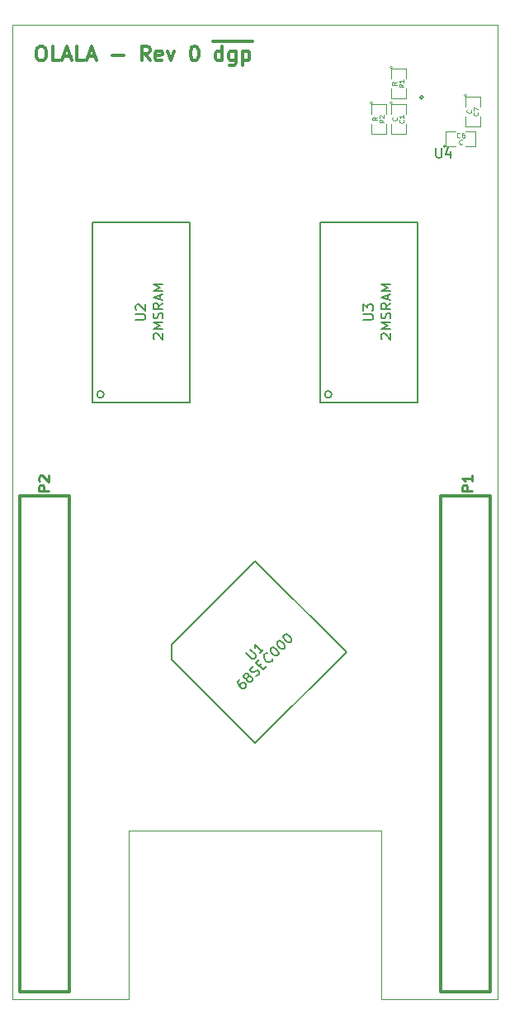
<source format=gto>
G04 (created by PCBNEW (25-Oct-2014 BZR 4029)-stable) date Sat 16 May 2015 01:40:02 JST*
%MOIN*%
G04 Gerber Fmt 3.4, Leading zero omitted, Abs format*
%FSLAX34Y34*%
G01*
G70*
G90*
G04 APERTURE LIST*
%ADD10C,0.00590551*%
%ADD11C,0.011811*%
%ADD12C,0.00393701*%
%ADD13C,0.012*%
%ADD14C,0.0039*%
%ADD15C,0.01*%
%ADD16C,0.0108*%
%ADD17C,0.0043*%
G04 APERTURE END LIST*
G54D10*
G54D11*
X31704Y-12561D02*
X31816Y-12561D01*
X31872Y-12589D01*
X31929Y-12646D01*
X31957Y-12758D01*
X31957Y-12955D01*
X31929Y-13068D01*
X31872Y-13124D01*
X31816Y-13152D01*
X31704Y-13152D01*
X31647Y-13124D01*
X31591Y-13068D01*
X31563Y-12955D01*
X31563Y-12758D01*
X31591Y-12646D01*
X31647Y-12589D01*
X31704Y-12561D01*
X32491Y-13152D02*
X32210Y-13152D01*
X32210Y-12561D01*
X32660Y-12983D02*
X32941Y-12983D01*
X32604Y-13152D02*
X32800Y-12561D01*
X32997Y-13152D01*
X33475Y-13152D02*
X33194Y-13152D01*
X33194Y-12561D01*
X33644Y-12983D02*
X33925Y-12983D01*
X33588Y-13152D02*
X33785Y-12561D01*
X33982Y-13152D01*
X34628Y-12927D02*
X35078Y-12927D01*
X36147Y-13152D02*
X35950Y-12871D01*
X35809Y-13152D02*
X35809Y-12561D01*
X36034Y-12561D01*
X36091Y-12589D01*
X36119Y-12618D01*
X36147Y-12674D01*
X36147Y-12758D01*
X36119Y-12814D01*
X36091Y-12843D01*
X36034Y-12871D01*
X35809Y-12871D01*
X36625Y-13124D02*
X36569Y-13152D01*
X36456Y-13152D01*
X36400Y-13124D01*
X36372Y-13068D01*
X36372Y-12843D01*
X36400Y-12786D01*
X36456Y-12758D01*
X36569Y-12758D01*
X36625Y-12786D01*
X36653Y-12843D01*
X36653Y-12899D01*
X36372Y-12955D01*
X36850Y-12758D02*
X36991Y-13152D01*
X37131Y-12758D01*
X37919Y-12561D02*
X37975Y-12561D01*
X38031Y-12589D01*
X38059Y-12618D01*
X38087Y-12674D01*
X38115Y-12786D01*
X38115Y-12927D01*
X38087Y-13039D01*
X38059Y-13096D01*
X38031Y-13124D01*
X37975Y-13152D01*
X37919Y-13152D01*
X37862Y-13124D01*
X37834Y-13096D01*
X37806Y-13039D01*
X37778Y-12927D01*
X37778Y-12786D01*
X37806Y-12674D01*
X37834Y-12618D01*
X37862Y-12589D01*
X37919Y-12561D01*
X39071Y-13152D02*
X39071Y-12561D01*
X39071Y-13124D02*
X39015Y-13152D01*
X38903Y-13152D01*
X38847Y-13124D01*
X38818Y-13096D01*
X38790Y-13039D01*
X38790Y-12871D01*
X38818Y-12814D01*
X38847Y-12786D01*
X38903Y-12758D01*
X39015Y-12758D01*
X39071Y-12786D01*
X39606Y-12758D02*
X39606Y-13236D01*
X39578Y-13293D01*
X39550Y-13321D01*
X39493Y-13349D01*
X39409Y-13349D01*
X39353Y-13321D01*
X39606Y-13124D02*
X39550Y-13152D01*
X39437Y-13152D01*
X39381Y-13124D01*
X39353Y-13096D01*
X39325Y-13039D01*
X39325Y-12871D01*
X39353Y-12814D01*
X39381Y-12786D01*
X39437Y-12758D01*
X39550Y-12758D01*
X39606Y-12786D01*
X39887Y-12758D02*
X39887Y-13349D01*
X39887Y-12786D02*
X39943Y-12758D01*
X40056Y-12758D01*
X40112Y-12786D01*
X40140Y-12814D01*
X40168Y-12871D01*
X40168Y-13039D01*
X40140Y-13096D01*
X40112Y-13124D01*
X40056Y-13152D01*
X39943Y-13152D01*
X39887Y-13124D01*
X38678Y-12381D02*
X40281Y-12381D01*
G54D12*
X30600Y-11700D02*
X50200Y-11700D01*
X30600Y-51000D02*
X35300Y-51000D01*
X45500Y-51000D02*
X50200Y-51000D01*
X35300Y-44200D02*
X45500Y-44200D01*
X35300Y-44200D02*
X35300Y-51000D01*
X45500Y-44200D02*
X45500Y-51000D01*
X30600Y-51000D02*
X30600Y-11700D01*
X50200Y-51000D02*
X50200Y-11700D01*
G54D13*
X47900Y-50700D02*
X47900Y-30700D01*
X49900Y-50700D02*
X49900Y-30700D01*
X49900Y-50700D02*
X47900Y-50700D01*
X49900Y-30700D02*
X47900Y-30700D01*
X32900Y-30700D02*
X32900Y-50700D01*
X30900Y-30700D02*
X30900Y-50700D01*
X30900Y-30700D02*
X32900Y-30700D01*
X30900Y-50700D02*
X32900Y-50700D01*
G54D10*
X37031Y-36693D02*
X37031Y-37306D01*
X37031Y-36693D02*
X40400Y-33325D01*
X40400Y-33325D02*
X44074Y-37000D01*
X44074Y-37000D02*
X40400Y-40674D01*
X40400Y-40674D02*
X37031Y-37306D01*
G54D14*
X45950Y-13424D02*
G75*
G03X45950Y-13424I-50J0D01*
G74*
G01*
X45900Y-13874D02*
X45900Y-13474D01*
X45900Y-13474D02*
X46500Y-13474D01*
X46500Y-13474D02*
X46500Y-13874D01*
X46500Y-14274D02*
X46500Y-14674D01*
X46500Y-14674D02*
X45900Y-14674D01*
X45900Y-14674D02*
X45900Y-14274D01*
X45150Y-14850D02*
G75*
G03X45150Y-14850I-50J0D01*
G74*
G01*
X45100Y-15300D02*
X45100Y-14900D01*
X45100Y-14900D02*
X45700Y-14900D01*
X45700Y-14900D02*
X45700Y-15300D01*
X45700Y-15700D02*
X45700Y-16100D01*
X45700Y-16100D02*
X45100Y-16100D01*
X45100Y-16100D02*
X45100Y-15700D01*
X45950Y-14850D02*
G75*
G03X45950Y-14850I-50J0D01*
G74*
G01*
X45900Y-15300D02*
X45900Y-14900D01*
X45900Y-14900D02*
X46500Y-14900D01*
X46500Y-14900D02*
X46500Y-15300D01*
X46500Y-15700D02*
X46500Y-16100D01*
X46500Y-16100D02*
X45900Y-16100D01*
X45900Y-16100D02*
X45900Y-15700D01*
X48100Y-16600D02*
G75*
G03X48100Y-16600I-50J0D01*
G74*
G01*
X48500Y-16600D02*
X48100Y-16600D01*
X48100Y-16600D02*
X48100Y-16000D01*
X48100Y-16000D02*
X48500Y-16000D01*
X48900Y-16000D02*
X49300Y-16000D01*
X49300Y-16000D02*
X49300Y-16600D01*
X49300Y-16600D02*
X48900Y-16600D01*
G54D10*
X34288Y-26607D02*
G75*
G03X34288Y-26607I-141J0D01*
G74*
G01*
X37768Y-26922D02*
X33831Y-26922D01*
X33831Y-26922D02*
X33831Y-19677D01*
X33831Y-19677D02*
X37768Y-19677D01*
X37768Y-19677D02*
X37768Y-26922D01*
X43488Y-26607D02*
G75*
G03X43488Y-26607I-141J0D01*
G74*
G01*
X46968Y-26922D02*
X43031Y-26922D01*
X43031Y-26922D02*
X43031Y-19677D01*
X43031Y-19677D02*
X46968Y-19677D01*
X46968Y-19677D02*
X46968Y-26922D01*
X47183Y-14630D02*
G75*
G03X47183Y-14630I-70J0D01*
G74*
G01*
G54D14*
X48950Y-14550D02*
G75*
G03X48950Y-14550I-50J0D01*
G74*
G01*
X48900Y-15000D02*
X48900Y-14600D01*
X48900Y-14600D02*
X49500Y-14600D01*
X49500Y-14600D02*
X49500Y-15000D01*
X49500Y-15400D02*
X49500Y-15800D01*
X49500Y-15800D02*
X48900Y-15800D01*
X48900Y-15800D02*
X48900Y-15400D01*
G54D15*
X49161Y-30495D02*
X48761Y-30495D01*
X48761Y-30342D01*
X48780Y-30304D01*
X48800Y-30285D01*
X48838Y-30266D01*
X48895Y-30266D01*
X48933Y-30285D01*
X48952Y-30304D01*
X48971Y-30342D01*
X48971Y-30495D01*
X49161Y-29885D02*
X49161Y-30114D01*
X49161Y-29999D02*
X48761Y-29999D01*
X48819Y-30038D01*
X48857Y-30076D01*
X48876Y-30114D01*
G54D16*
G54D15*
X32061Y-30495D02*
X31661Y-30495D01*
X31661Y-30342D01*
X31680Y-30304D01*
X31700Y-30285D01*
X31738Y-30266D01*
X31795Y-30266D01*
X31833Y-30285D01*
X31852Y-30304D01*
X31871Y-30342D01*
X31871Y-30495D01*
X31700Y-30114D02*
X31680Y-30095D01*
X31661Y-30057D01*
X31661Y-29961D01*
X31680Y-29923D01*
X31700Y-29904D01*
X31738Y-29885D01*
X31776Y-29885D01*
X31833Y-29904D01*
X32061Y-30133D01*
X32061Y-29885D01*
G54D16*
G54D10*
X40022Y-37046D02*
X40247Y-37271D01*
X40287Y-37285D01*
X40313Y-37285D01*
X40353Y-37271D01*
X40406Y-37218D01*
X40419Y-37178D01*
X40419Y-37152D01*
X40406Y-37112D01*
X40181Y-36887D01*
X40738Y-36887D02*
X40578Y-37046D01*
X40658Y-36966D02*
X40380Y-36688D01*
X40393Y-36754D01*
X40393Y-36807D01*
X40380Y-36847D01*
X39763Y-38112D02*
X39709Y-38165D01*
X39696Y-38205D01*
X39696Y-38232D01*
X39709Y-38298D01*
X39749Y-38364D01*
X39855Y-38470D01*
X39895Y-38484D01*
X39922Y-38484D01*
X39961Y-38470D01*
X40014Y-38417D01*
X40028Y-38378D01*
X40028Y-38351D01*
X40014Y-38311D01*
X39948Y-38245D01*
X39908Y-38232D01*
X39882Y-38232D01*
X39842Y-38245D01*
X39789Y-38298D01*
X39776Y-38338D01*
X39776Y-38364D01*
X39789Y-38404D01*
X40067Y-38046D02*
X40028Y-38059D01*
X40001Y-38059D01*
X39961Y-38046D01*
X39948Y-38033D01*
X39935Y-37993D01*
X39935Y-37967D01*
X39948Y-37927D01*
X40001Y-37874D01*
X40041Y-37861D01*
X40067Y-37861D01*
X40107Y-37874D01*
X40120Y-37887D01*
X40134Y-37927D01*
X40134Y-37953D01*
X40120Y-37993D01*
X40067Y-38046D01*
X40054Y-38086D01*
X40054Y-38112D01*
X40067Y-38152D01*
X40120Y-38205D01*
X40160Y-38218D01*
X40187Y-38218D01*
X40227Y-38205D01*
X40280Y-38152D01*
X40293Y-38112D01*
X40293Y-38086D01*
X40280Y-38046D01*
X40227Y-37993D01*
X40187Y-37980D01*
X40160Y-37980D01*
X40120Y-37993D01*
X40425Y-37980D02*
X40478Y-37953D01*
X40545Y-37887D01*
X40558Y-37847D01*
X40558Y-37821D01*
X40545Y-37781D01*
X40518Y-37754D01*
X40478Y-37741D01*
X40452Y-37741D01*
X40412Y-37754D01*
X40346Y-37794D01*
X40306Y-37807D01*
X40280Y-37807D01*
X40240Y-37794D01*
X40213Y-37768D01*
X40200Y-37728D01*
X40200Y-37701D01*
X40213Y-37662D01*
X40280Y-37595D01*
X40333Y-37569D01*
X40571Y-37569D02*
X40664Y-37476D01*
X40850Y-37582D02*
X40717Y-37715D01*
X40439Y-37436D01*
X40571Y-37304D01*
X41101Y-37277D02*
X41101Y-37304D01*
X41075Y-37357D01*
X41048Y-37383D01*
X40995Y-37410D01*
X40942Y-37410D01*
X40903Y-37397D01*
X40836Y-37357D01*
X40797Y-37317D01*
X40757Y-37251D01*
X40744Y-37211D01*
X40744Y-37158D01*
X40770Y-37105D01*
X40797Y-37078D01*
X40850Y-37052D01*
X40876Y-37052D01*
X41022Y-36853D02*
X41048Y-36827D01*
X41088Y-36813D01*
X41115Y-36813D01*
X41154Y-36827D01*
X41221Y-36866D01*
X41287Y-36933D01*
X41327Y-36999D01*
X41340Y-37039D01*
X41340Y-37065D01*
X41327Y-37105D01*
X41300Y-37131D01*
X41261Y-37145D01*
X41234Y-37145D01*
X41194Y-37131D01*
X41128Y-37092D01*
X41062Y-37025D01*
X41022Y-36959D01*
X41009Y-36919D01*
X41009Y-36893D01*
X41022Y-36853D01*
X41287Y-36588D02*
X41314Y-36561D01*
X41353Y-36548D01*
X41380Y-36548D01*
X41420Y-36561D01*
X41486Y-36601D01*
X41552Y-36667D01*
X41592Y-36734D01*
X41605Y-36773D01*
X41605Y-36800D01*
X41592Y-36840D01*
X41565Y-36866D01*
X41526Y-36880D01*
X41499Y-36880D01*
X41459Y-36866D01*
X41393Y-36827D01*
X41327Y-36760D01*
X41287Y-36694D01*
X41274Y-36654D01*
X41274Y-36628D01*
X41287Y-36588D01*
X41552Y-36323D02*
X41579Y-36296D01*
X41618Y-36283D01*
X41645Y-36283D01*
X41685Y-36296D01*
X41751Y-36336D01*
X41817Y-36402D01*
X41857Y-36469D01*
X41870Y-36508D01*
X41870Y-36535D01*
X41857Y-36575D01*
X41831Y-36601D01*
X41791Y-36614D01*
X41764Y-36614D01*
X41724Y-36601D01*
X41658Y-36561D01*
X41592Y-36495D01*
X41552Y-36429D01*
X41539Y-36389D01*
X41539Y-36363D01*
X41552Y-36323D01*
G54D17*
X46405Y-14107D02*
X46311Y-14173D01*
X46405Y-14220D02*
X46208Y-14220D01*
X46208Y-14145D01*
X46217Y-14126D01*
X46227Y-14117D01*
X46246Y-14107D01*
X46274Y-14107D01*
X46292Y-14117D01*
X46302Y-14126D01*
X46311Y-14145D01*
X46311Y-14220D01*
X46405Y-13920D02*
X46405Y-14032D01*
X46405Y-13976D02*
X46208Y-13976D01*
X46236Y-13995D01*
X46255Y-14013D01*
X46264Y-14032D01*
X46130Y-14013D02*
X46036Y-14079D01*
X46130Y-14126D02*
X45933Y-14126D01*
X45933Y-14051D01*
X45942Y-14032D01*
X45952Y-14023D01*
X45971Y-14013D01*
X45999Y-14013D01*
X46017Y-14023D01*
X46027Y-14032D01*
X46036Y-14051D01*
X46036Y-14126D01*
X45604Y-15532D02*
X45510Y-15598D01*
X45604Y-15645D02*
X45407Y-15645D01*
X45407Y-15570D01*
X45417Y-15551D01*
X45426Y-15542D01*
X45445Y-15532D01*
X45473Y-15532D01*
X45492Y-15542D01*
X45501Y-15551D01*
X45510Y-15570D01*
X45510Y-15645D01*
X45426Y-15457D02*
X45417Y-15448D01*
X45407Y-15429D01*
X45407Y-15382D01*
X45417Y-15363D01*
X45426Y-15354D01*
X45445Y-15345D01*
X45464Y-15345D01*
X45492Y-15354D01*
X45604Y-15467D01*
X45604Y-15345D01*
X45329Y-15439D02*
X45235Y-15504D01*
X45329Y-15551D02*
X45132Y-15551D01*
X45132Y-15476D01*
X45142Y-15457D01*
X45151Y-15448D01*
X45170Y-15439D01*
X45198Y-15439D01*
X45217Y-15448D01*
X45226Y-15457D01*
X45235Y-15476D01*
X45235Y-15551D01*
X46385Y-15532D02*
X46395Y-15542D01*
X46404Y-15570D01*
X46404Y-15589D01*
X46395Y-15617D01*
X46376Y-15636D01*
X46357Y-15645D01*
X46320Y-15654D01*
X46292Y-15654D01*
X46254Y-15645D01*
X46235Y-15636D01*
X46217Y-15617D01*
X46207Y-15589D01*
X46207Y-15570D01*
X46217Y-15542D01*
X46226Y-15532D01*
X46404Y-15345D02*
X46404Y-15457D01*
X46404Y-15401D02*
X46207Y-15401D01*
X46235Y-15420D01*
X46254Y-15439D01*
X46264Y-15457D01*
X46110Y-15439D02*
X46120Y-15448D01*
X46129Y-15476D01*
X46129Y-15495D01*
X46120Y-15523D01*
X46101Y-15542D01*
X46082Y-15551D01*
X46045Y-15560D01*
X46017Y-15560D01*
X45979Y-15551D01*
X45960Y-15542D01*
X45942Y-15523D01*
X45932Y-15495D01*
X45932Y-15476D01*
X45942Y-15448D01*
X45951Y-15439D01*
X48667Y-16235D02*
X48657Y-16245D01*
X48629Y-16254D01*
X48610Y-16254D01*
X48582Y-16245D01*
X48563Y-16226D01*
X48554Y-16207D01*
X48545Y-16170D01*
X48545Y-16142D01*
X48554Y-16104D01*
X48563Y-16085D01*
X48582Y-16067D01*
X48610Y-16057D01*
X48629Y-16057D01*
X48657Y-16067D01*
X48667Y-16076D01*
X48836Y-16057D02*
X48798Y-16057D01*
X48779Y-16067D01*
X48770Y-16076D01*
X48751Y-16104D01*
X48742Y-16142D01*
X48742Y-16217D01*
X48751Y-16235D01*
X48760Y-16245D01*
X48779Y-16254D01*
X48817Y-16254D01*
X48836Y-16245D01*
X48845Y-16235D01*
X48854Y-16217D01*
X48854Y-16170D01*
X48845Y-16151D01*
X48836Y-16142D01*
X48817Y-16132D01*
X48779Y-16132D01*
X48760Y-16142D01*
X48751Y-16151D01*
X48742Y-16170D01*
X48760Y-16510D02*
X48751Y-16520D01*
X48723Y-16529D01*
X48704Y-16529D01*
X48676Y-16520D01*
X48657Y-16501D01*
X48648Y-16482D01*
X48639Y-16445D01*
X48639Y-16417D01*
X48648Y-16379D01*
X48657Y-16360D01*
X48676Y-16342D01*
X48704Y-16332D01*
X48723Y-16332D01*
X48751Y-16342D01*
X48760Y-16351D01*
G54D10*
X35565Y-23599D02*
X35884Y-23599D01*
X35921Y-23581D01*
X35940Y-23562D01*
X35959Y-23524D01*
X35959Y-23449D01*
X35940Y-23412D01*
X35921Y-23393D01*
X35884Y-23374D01*
X35565Y-23374D01*
X35603Y-23206D02*
X35584Y-23187D01*
X35565Y-23150D01*
X35565Y-23056D01*
X35584Y-23018D01*
X35603Y-23000D01*
X35640Y-22981D01*
X35678Y-22981D01*
X35734Y-23000D01*
X35959Y-23225D01*
X35959Y-22981D01*
X36311Y-24376D02*
X36293Y-24357D01*
X36274Y-24319D01*
X36274Y-24226D01*
X36293Y-24188D01*
X36311Y-24169D01*
X36349Y-24151D01*
X36386Y-24151D01*
X36443Y-24169D01*
X36668Y-24394D01*
X36668Y-24151D01*
X36668Y-23982D02*
X36274Y-23982D01*
X36555Y-23851D01*
X36274Y-23719D01*
X36668Y-23719D01*
X36649Y-23551D02*
X36668Y-23494D01*
X36668Y-23401D01*
X36649Y-23363D01*
X36630Y-23344D01*
X36593Y-23326D01*
X36555Y-23326D01*
X36518Y-23344D01*
X36499Y-23363D01*
X36480Y-23401D01*
X36461Y-23476D01*
X36443Y-23513D01*
X36424Y-23532D01*
X36386Y-23551D01*
X36349Y-23551D01*
X36311Y-23532D01*
X36293Y-23513D01*
X36274Y-23476D01*
X36274Y-23382D01*
X36293Y-23326D01*
X36668Y-22932D02*
X36480Y-23063D01*
X36668Y-23157D02*
X36274Y-23157D01*
X36274Y-23007D01*
X36293Y-22970D01*
X36311Y-22951D01*
X36349Y-22932D01*
X36405Y-22932D01*
X36443Y-22951D01*
X36461Y-22970D01*
X36480Y-23007D01*
X36480Y-23157D01*
X36555Y-22782D02*
X36555Y-22595D01*
X36668Y-22820D02*
X36274Y-22688D01*
X36668Y-22557D01*
X36668Y-22426D02*
X36274Y-22426D01*
X36555Y-22295D01*
X36274Y-22163D01*
X36668Y-22163D01*
X44765Y-23599D02*
X45084Y-23599D01*
X45121Y-23581D01*
X45140Y-23562D01*
X45159Y-23524D01*
X45159Y-23449D01*
X45140Y-23412D01*
X45121Y-23393D01*
X45084Y-23374D01*
X44765Y-23374D01*
X44765Y-23225D02*
X44765Y-22981D01*
X44915Y-23112D01*
X44915Y-23056D01*
X44934Y-23018D01*
X44953Y-23000D01*
X44990Y-22981D01*
X45084Y-22981D01*
X45121Y-23000D01*
X45140Y-23018D01*
X45159Y-23056D01*
X45159Y-23168D01*
X45140Y-23206D01*
X45121Y-23225D01*
X45511Y-24376D02*
X45493Y-24357D01*
X45474Y-24319D01*
X45474Y-24226D01*
X45493Y-24188D01*
X45511Y-24169D01*
X45549Y-24151D01*
X45586Y-24151D01*
X45643Y-24169D01*
X45868Y-24394D01*
X45868Y-24151D01*
X45868Y-23982D02*
X45474Y-23982D01*
X45755Y-23851D01*
X45474Y-23719D01*
X45868Y-23719D01*
X45849Y-23551D02*
X45868Y-23494D01*
X45868Y-23401D01*
X45849Y-23363D01*
X45830Y-23344D01*
X45793Y-23326D01*
X45755Y-23326D01*
X45718Y-23344D01*
X45699Y-23363D01*
X45680Y-23401D01*
X45661Y-23476D01*
X45643Y-23513D01*
X45624Y-23532D01*
X45586Y-23551D01*
X45549Y-23551D01*
X45511Y-23532D01*
X45493Y-23513D01*
X45474Y-23476D01*
X45474Y-23382D01*
X45493Y-23326D01*
X45868Y-22932D02*
X45680Y-23063D01*
X45868Y-23157D02*
X45474Y-23157D01*
X45474Y-23007D01*
X45493Y-22970D01*
X45511Y-22951D01*
X45549Y-22932D01*
X45605Y-22932D01*
X45643Y-22951D01*
X45661Y-22970D01*
X45680Y-23007D01*
X45680Y-23157D01*
X45755Y-22782D02*
X45755Y-22595D01*
X45868Y-22820D02*
X45474Y-22688D01*
X45868Y-22557D01*
X45868Y-22426D02*
X45474Y-22426D01*
X45755Y-22295D01*
X45474Y-22163D01*
X45868Y-22163D01*
X47700Y-16665D02*
X47700Y-16984D01*
X47718Y-17021D01*
X47737Y-17040D01*
X47775Y-17059D01*
X47850Y-17059D01*
X47887Y-17040D01*
X47906Y-17021D01*
X47925Y-16984D01*
X47925Y-16665D01*
X48281Y-16796D02*
X48281Y-17059D01*
X48187Y-16646D02*
X48093Y-16928D01*
X48337Y-16928D01*
G54D17*
X49385Y-15232D02*
X49395Y-15242D01*
X49404Y-15270D01*
X49404Y-15289D01*
X49395Y-15317D01*
X49376Y-15336D01*
X49357Y-15345D01*
X49320Y-15354D01*
X49292Y-15354D01*
X49254Y-15345D01*
X49235Y-15336D01*
X49217Y-15317D01*
X49207Y-15289D01*
X49207Y-15270D01*
X49217Y-15242D01*
X49226Y-15232D01*
X49207Y-15167D02*
X49207Y-15035D01*
X49404Y-15120D01*
X49110Y-15139D02*
X49120Y-15148D01*
X49129Y-15176D01*
X49129Y-15195D01*
X49120Y-15223D01*
X49101Y-15242D01*
X49082Y-15251D01*
X49045Y-15260D01*
X49017Y-15260D01*
X48979Y-15251D01*
X48960Y-15242D01*
X48942Y-15223D01*
X48932Y-15195D01*
X48932Y-15176D01*
X48942Y-15148D01*
X48951Y-15139D01*
M02*

</source>
